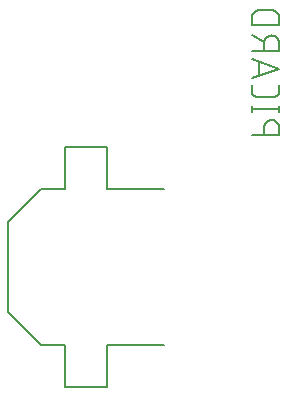
<source format=gbo>
G75*
%MOIN*%
%OFA0B0*%
%FSLAX25Y25*%
%IPPOS*%
%LPD*%
%AMOC8*
5,1,8,0,0,1.08239X$1,22.5*
%
%ADD10C,0.00800*%
D10*
X0030964Y0033000D02*
X0030964Y0063000D01*
X0041964Y0074000D01*
X0049964Y0074000D01*
X0049964Y0088000D01*
X0063964Y0088000D01*
X0063964Y0074000D01*
X0082964Y0074000D01*
X0112167Y0091983D02*
X0121367Y0091983D01*
X0121367Y0094538D01*
X0121365Y0094638D01*
X0121359Y0094739D01*
X0121349Y0094838D01*
X0121336Y0094938D01*
X0121318Y0095037D01*
X0121296Y0095135D01*
X0121271Y0095232D01*
X0121242Y0095328D01*
X0121209Y0095423D01*
X0121172Y0095516D01*
X0121132Y0095608D01*
X0121088Y0095698D01*
X0121041Y0095787D01*
X0120990Y0095874D01*
X0120936Y0095958D01*
X0120879Y0096040D01*
X0120818Y0096120D01*
X0120755Y0096198D01*
X0120688Y0096273D01*
X0120618Y0096345D01*
X0120546Y0096415D01*
X0120471Y0096482D01*
X0120393Y0096545D01*
X0120313Y0096606D01*
X0120231Y0096663D01*
X0120147Y0096717D01*
X0120060Y0096768D01*
X0119971Y0096815D01*
X0119881Y0096859D01*
X0119789Y0096899D01*
X0119696Y0096936D01*
X0119601Y0096969D01*
X0119505Y0096998D01*
X0119408Y0097023D01*
X0119310Y0097045D01*
X0119211Y0097063D01*
X0119111Y0097076D01*
X0119012Y0097086D01*
X0118911Y0097092D01*
X0118811Y0097094D01*
X0118711Y0097092D01*
X0118610Y0097086D01*
X0118511Y0097076D01*
X0118411Y0097063D01*
X0118312Y0097045D01*
X0118214Y0097023D01*
X0118117Y0096998D01*
X0118021Y0096969D01*
X0117926Y0096936D01*
X0117833Y0096899D01*
X0117741Y0096859D01*
X0117651Y0096815D01*
X0117562Y0096768D01*
X0117475Y0096717D01*
X0117391Y0096663D01*
X0117309Y0096606D01*
X0117229Y0096545D01*
X0117151Y0096482D01*
X0117076Y0096415D01*
X0117004Y0096345D01*
X0116934Y0096273D01*
X0116867Y0096198D01*
X0116804Y0096120D01*
X0116743Y0096040D01*
X0116686Y0095958D01*
X0116632Y0095874D01*
X0116581Y0095787D01*
X0116534Y0095698D01*
X0116490Y0095608D01*
X0116450Y0095516D01*
X0116413Y0095423D01*
X0116380Y0095328D01*
X0116351Y0095232D01*
X0116326Y0095135D01*
X0116304Y0095037D01*
X0116286Y0094938D01*
X0116273Y0094838D01*
X0116263Y0094739D01*
X0116257Y0094638D01*
X0116255Y0094538D01*
X0116256Y0094538D02*
X0116256Y0091983D01*
X0112167Y0099760D02*
X0112167Y0101804D01*
X0112167Y0100782D02*
X0121367Y0100782D01*
X0121367Y0099760D02*
X0121367Y0101804D01*
X0119323Y0104793D02*
X0114211Y0104793D01*
X0114211Y0104794D02*
X0114122Y0104796D01*
X0114033Y0104802D01*
X0113944Y0104811D01*
X0113856Y0104825D01*
X0113769Y0104842D01*
X0113682Y0104864D01*
X0113596Y0104889D01*
X0113512Y0104917D01*
X0113429Y0104950D01*
X0113347Y0104986D01*
X0113267Y0105025D01*
X0113189Y0105068D01*
X0113113Y0105114D01*
X0113039Y0105164D01*
X0112967Y0105216D01*
X0112897Y0105272D01*
X0112830Y0105331D01*
X0112766Y0105393D01*
X0112704Y0105457D01*
X0112645Y0105524D01*
X0112589Y0105594D01*
X0112537Y0105666D01*
X0112487Y0105740D01*
X0112441Y0105816D01*
X0112398Y0105894D01*
X0112359Y0105974D01*
X0112323Y0106056D01*
X0112290Y0106139D01*
X0112262Y0106223D01*
X0112237Y0106309D01*
X0112215Y0106396D01*
X0112198Y0106483D01*
X0112184Y0106571D01*
X0112175Y0106660D01*
X0112169Y0106749D01*
X0112167Y0106838D01*
X0112167Y0108882D01*
X0112167Y0111141D02*
X0121367Y0114208D01*
X0112167Y0117275D01*
X0114467Y0116508D02*
X0114467Y0111908D01*
X0121367Y0106838D02*
X0121365Y0106749D01*
X0121359Y0106660D01*
X0121350Y0106571D01*
X0121336Y0106483D01*
X0121319Y0106396D01*
X0121297Y0106309D01*
X0121272Y0106223D01*
X0121244Y0106139D01*
X0121211Y0106056D01*
X0121175Y0105974D01*
X0121136Y0105894D01*
X0121093Y0105816D01*
X0121047Y0105740D01*
X0120997Y0105666D01*
X0120945Y0105594D01*
X0120889Y0105524D01*
X0120830Y0105457D01*
X0120768Y0105393D01*
X0120704Y0105331D01*
X0120637Y0105272D01*
X0120567Y0105216D01*
X0120495Y0105164D01*
X0120421Y0105114D01*
X0120345Y0105068D01*
X0120267Y0105025D01*
X0120187Y0104986D01*
X0120105Y0104950D01*
X0120022Y0104917D01*
X0119938Y0104889D01*
X0119852Y0104864D01*
X0119765Y0104842D01*
X0119678Y0104825D01*
X0119590Y0104811D01*
X0119501Y0104802D01*
X0119412Y0104796D01*
X0119323Y0104794D01*
X0121367Y0106838D02*
X0121367Y0108882D01*
X0121367Y0120172D02*
X0112167Y0120172D01*
X0116256Y0123238D02*
X0112167Y0125283D01*
X0112167Y0128641D02*
X0112167Y0131196D01*
X0112167Y0128641D02*
X0121367Y0128641D01*
X0121367Y0131196D01*
X0121365Y0131296D01*
X0121359Y0131397D01*
X0121349Y0131496D01*
X0121336Y0131596D01*
X0121318Y0131695D01*
X0121296Y0131793D01*
X0121271Y0131890D01*
X0121242Y0131986D01*
X0121209Y0132081D01*
X0121172Y0132174D01*
X0121132Y0132266D01*
X0121088Y0132356D01*
X0121041Y0132445D01*
X0120990Y0132532D01*
X0120936Y0132616D01*
X0120879Y0132698D01*
X0120818Y0132778D01*
X0120755Y0132856D01*
X0120688Y0132931D01*
X0120618Y0133003D01*
X0120546Y0133073D01*
X0120471Y0133140D01*
X0120393Y0133203D01*
X0120313Y0133264D01*
X0120231Y0133321D01*
X0120147Y0133375D01*
X0120060Y0133426D01*
X0119971Y0133473D01*
X0119881Y0133517D01*
X0119789Y0133557D01*
X0119696Y0133594D01*
X0119601Y0133627D01*
X0119505Y0133656D01*
X0119408Y0133681D01*
X0119310Y0133703D01*
X0119211Y0133721D01*
X0119111Y0133734D01*
X0119012Y0133744D01*
X0118911Y0133750D01*
X0118811Y0133752D01*
X0114723Y0133752D01*
X0114623Y0133750D01*
X0114522Y0133744D01*
X0114423Y0133734D01*
X0114323Y0133721D01*
X0114224Y0133703D01*
X0114126Y0133681D01*
X0114029Y0133656D01*
X0113933Y0133627D01*
X0113838Y0133594D01*
X0113745Y0133557D01*
X0113653Y0133517D01*
X0113563Y0133473D01*
X0113474Y0133426D01*
X0113387Y0133375D01*
X0113303Y0133321D01*
X0113221Y0133264D01*
X0113141Y0133203D01*
X0113063Y0133140D01*
X0112988Y0133073D01*
X0112916Y0133003D01*
X0112846Y0132931D01*
X0112779Y0132856D01*
X0112716Y0132778D01*
X0112655Y0132698D01*
X0112598Y0132616D01*
X0112544Y0132532D01*
X0112493Y0132445D01*
X0112446Y0132356D01*
X0112402Y0132266D01*
X0112362Y0132174D01*
X0112325Y0132081D01*
X0112292Y0131986D01*
X0112263Y0131890D01*
X0112238Y0131793D01*
X0112216Y0131695D01*
X0112198Y0131596D01*
X0112185Y0131496D01*
X0112175Y0131397D01*
X0112169Y0131296D01*
X0112167Y0131196D01*
X0116256Y0122727D02*
X0116256Y0120172D01*
X0116255Y0122727D02*
X0116257Y0122827D01*
X0116263Y0122928D01*
X0116273Y0123027D01*
X0116286Y0123127D01*
X0116304Y0123226D01*
X0116326Y0123324D01*
X0116351Y0123421D01*
X0116380Y0123517D01*
X0116413Y0123612D01*
X0116450Y0123705D01*
X0116490Y0123797D01*
X0116534Y0123887D01*
X0116581Y0123976D01*
X0116632Y0124063D01*
X0116686Y0124147D01*
X0116743Y0124229D01*
X0116804Y0124309D01*
X0116867Y0124387D01*
X0116934Y0124462D01*
X0117004Y0124534D01*
X0117076Y0124604D01*
X0117151Y0124671D01*
X0117229Y0124734D01*
X0117309Y0124795D01*
X0117391Y0124852D01*
X0117475Y0124906D01*
X0117562Y0124957D01*
X0117651Y0125004D01*
X0117741Y0125048D01*
X0117833Y0125088D01*
X0117926Y0125125D01*
X0118021Y0125158D01*
X0118117Y0125187D01*
X0118214Y0125212D01*
X0118312Y0125234D01*
X0118411Y0125252D01*
X0118511Y0125265D01*
X0118610Y0125275D01*
X0118711Y0125281D01*
X0118811Y0125283D01*
X0118911Y0125281D01*
X0119012Y0125275D01*
X0119111Y0125265D01*
X0119211Y0125252D01*
X0119310Y0125234D01*
X0119408Y0125212D01*
X0119505Y0125187D01*
X0119601Y0125158D01*
X0119696Y0125125D01*
X0119789Y0125088D01*
X0119881Y0125048D01*
X0119971Y0125004D01*
X0120060Y0124957D01*
X0120147Y0124906D01*
X0120231Y0124852D01*
X0120313Y0124795D01*
X0120393Y0124734D01*
X0120471Y0124671D01*
X0120546Y0124604D01*
X0120618Y0124534D01*
X0120688Y0124462D01*
X0120755Y0124387D01*
X0120818Y0124309D01*
X0120879Y0124229D01*
X0120936Y0124147D01*
X0120990Y0124063D01*
X0121041Y0123976D01*
X0121088Y0123887D01*
X0121132Y0123797D01*
X0121172Y0123705D01*
X0121209Y0123612D01*
X0121242Y0123517D01*
X0121271Y0123421D01*
X0121296Y0123324D01*
X0121318Y0123226D01*
X0121336Y0123127D01*
X0121349Y0123027D01*
X0121359Y0122928D01*
X0121365Y0122827D01*
X0121367Y0122727D01*
X0121367Y0120172D01*
X0082964Y0022000D02*
X0063964Y0022000D01*
X0063964Y0008000D01*
X0049964Y0008000D01*
X0049964Y0022000D01*
X0041964Y0022000D01*
X0030964Y0033000D01*
M02*

</source>
